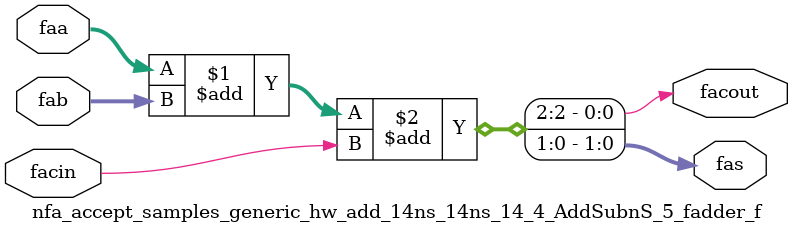
<source format=v>
module nfa_accept_samples_generic_hw_add_14ns_14ns_14_4_AddSubnS_5_fadder_f 
#(parameter
    N = 2
)(
    input  [N-1 : 0]  faa,
    input  [N-1 : 0]  fab,
    input  wire  facin,
    output [N-1 : 0]  fas,
    output wire  facout
);
assign {facout, fas} = faa + fab + facin;
endmodule
</source>
